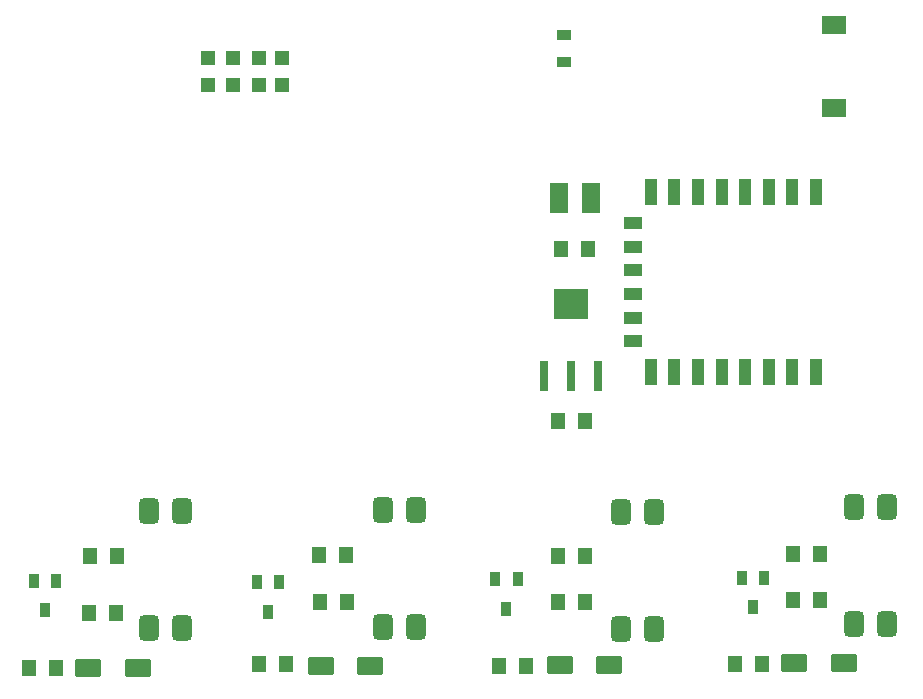
<source format=gtp>
G04*
G04 #@! TF.GenerationSoftware,Altium Limited,Altium Designer,20.2.6 (244)*
G04*
G04 Layer_Color=8421504*
%FSTAX25Y25*%
%MOIN*%
G70*
G04*
G04 #@! TF.SameCoordinates,D37F4820-9CCB-4A9C-A827-6EB3CEA44CBB*
G04*
G04*
G04 #@! TF.FilePolarity,Positive*
G04*
G01*
G75*
%ADD23R,0.04724X0.03543*%
%ADD24R,0.05000X0.05500*%
%ADD25R,0.06000X0.10236*%
G04:AMPARAMS|DCode=26|XSize=66.93mil|YSize=86.61mil|CornerRadius=16.73mil|HoleSize=0mil|Usage=FLASHONLY|Rotation=180.000|XOffset=0mil|YOffset=0mil|HoleType=Round|Shape=RoundedRectangle|*
%AMROUNDEDRECTD26*
21,1,0.06693,0.05315,0,0,180.0*
21,1,0.03347,0.08661,0,0,180.0*
1,1,0.03346,-0.01673,0.02657*
1,1,0.03346,0.01673,0.02657*
1,1,0.03346,0.01673,-0.02657*
1,1,0.03346,-0.01673,-0.02657*
%
%ADD26ROUNDEDRECTD26*%
%ADD27R,0.03347X0.04724*%
%ADD28R,0.04724X0.04724*%
G04:AMPARAMS|DCode=29|XSize=86.61mil|YSize=59.06mil|CornerRadius=7.38mil|HoleSize=0mil|Usage=FLASHONLY|Rotation=0.000|XOffset=0mil|YOffset=0mil|HoleType=Round|Shape=RoundedRectangle|*
%AMROUNDEDRECTD29*
21,1,0.08661,0.04429,0,0,0.0*
21,1,0.07185,0.05906,0,0,0.0*
1,1,0.01476,0.03593,-0.02215*
1,1,0.01476,-0.03593,-0.02215*
1,1,0.01476,-0.03593,0.02215*
1,1,0.01476,0.03593,0.02215*
%
%ADD29ROUNDEDRECTD29*%
%ADD30R,0.07874X0.05906*%
%ADD31R,0.05906X0.03937*%
%ADD32R,0.03937X0.08858*%
%ADD33R,0.11811X0.10000*%
%ADD34R,0.02756X0.10000*%
D23*
X11701Y0969D02*
D03*
Y096D02*
D03*
D24*
X1169Y08976D02*
D03*
X1178D02*
D03*
X12554Y07807D02*
D03*
X12553Y07959D02*
D03*
X11771Y078D02*
D03*
X11772Y07953D02*
D03*
X11681Y08402D02*
D03*
X11771D02*
D03*
X11681Y078D02*
D03*
X10121Y07952D02*
D03*
X10211D02*
D03*
X09919Y07581D02*
D03*
X10009D02*
D03*
X10119Y07762D02*
D03*
X10209D02*
D03*
X10684Y07592D02*
D03*
X10774D02*
D03*
X10888Y078D02*
D03*
X10978D02*
D03*
X10884Y07957D02*
D03*
X10974D02*
D03*
X11682Y07953D02*
D03*
X11483Y07587D02*
D03*
X11573D02*
D03*
X12463Y07959D02*
D03*
X12272Y07593D02*
D03*
X12362D02*
D03*
X12464Y07807D02*
D03*
D25*
X1179015Y09147D02*
D03*
X1168385D02*
D03*
D26*
X12668Y07727D02*
D03*
X12778Y08117D02*
D03*
X1189Y07709D02*
D03*
X12Y08099D02*
D03*
X1189D02*
D03*
X12Y07709D02*
D03*
X11208Y08108D02*
D03*
X11098D02*
D03*
X11208Y07718D02*
D03*
X11098D02*
D03*
X10428Y08105D02*
D03*
X10318D02*
D03*
X10428Y07715D02*
D03*
X10318D02*
D03*
X12668Y08117D02*
D03*
X12778Y07727D02*
D03*
D27*
X0997Y0777279D02*
D03*
X09933Y07871D02*
D03*
X100074Y0787121D02*
D03*
X107504Y0786621D02*
D03*
X10676Y07866D02*
D03*
X10713Y0776779D02*
D03*
X115464Y0787621D02*
D03*
X11472Y07876D02*
D03*
X11509Y0777779D02*
D03*
X123684Y0788021D02*
D03*
X12294Y0788D02*
D03*
X12331Y0778179D02*
D03*
D28*
X1076Y09613D02*
D03*
Y09523D02*
D03*
X1051351D02*
D03*
Y09613D02*
D03*
X10598Y09523D02*
D03*
Y09613D02*
D03*
X1068401Y09523D02*
D03*
Y09613D02*
D03*
D29*
X1027968Y0758086D02*
D03*
X1011432D02*
D03*
X1105568Y0758586D02*
D03*
X1089032D02*
D03*
X1185168Y0759086D02*
D03*
X1168632D02*
D03*
X1263369Y0759686D02*
D03*
X1246833D02*
D03*
D30*
X126Y0972379D02*
D03*
Y094482D02*
D03*
D31*
X1193072Y0866935D02*
D03*
Y0874809D02*
D03*
Y0882683D02*
D03*
Y0890557D02*
D03*
Y0898431D02*
D03*
Y0906305D02*
D03*
D32*
X1198978Y0916639D02*
D03*
X1206852D02*
D03*
X1214726D02*
D03*
X12226D02*
D03*
X1230474D02*
D03*
X1238348D02*
D03*
X1246222D02*
D03*
X1254096D02*
D03*
X1238348Y08566D02*
D03*
X1230474D02*
D03*
X12226D02*
D03*
X1214726D02*
D03*
X1206852D02*
D03*
X1198978D02*
D03*
X1246222D02*
D03*
X1254096D02*
D03*
D33*
X11724Y08794D02*
D03*
D34*
X1181455Y08554D02*
D03*
X1163345D02*
D03*
X11724D02*
D03*
M02*

</source>
